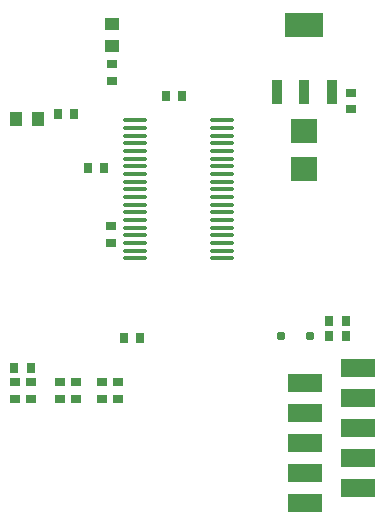
<source format=gtp>
%FSAX24Y24*%
%MOIN*%
G70*
G01*
G75*
G04 Layer_Color=8421504*
%ADD10O,0.0787X0.0157*%
%ADD11R,0.0354X0.0276*%
G04:AMPARAMS|DCode=12|XSize=23.6mil|YSize=27.6mil|CornerRadius=3mil|HoleSize=0mil|Usage=FLASHONLY|Rotation=0.000|XOffset=0mil|YOffset=0mil|HoleType=Round|Shape=RoundedRectangle|*
%AMROUNDEDRECTD12*
21,1,0.0236,0.0217,0,0,0.0*
21,1,0.0177,0.0276,0,0,0.0*
1,1,0.0059,0.0089,-0.0108*
1,1,0.0059,-0.0089,-0.0108*
1,1,0.0059,-0.0089,0.0108*
1,1,0.0059,0.0089,0.0108*
%
%ADD12ROUNDEDRECTD12*%
%ADD13R,0.0276X0.0354*%
%ADD14R,0.0866X0.0787*%
%ADD15R,0.0512X0.0433*%
%ADD16R,0.0433X0.0512*%
%ADD17R,0.1181X0.0591*%
%ADD18R,0.0354X0.0827*%
%ADD19R,0.1260X0.0827*%
%ADD20C,0.0600*%
%ADD21C,0.0100*%
%ADD22C,0.0150*%
%ADD23R,0.0591X0.0591*%
%ADD24C,0.0591*%
%ADD25O,0.0787X0.2559*%
G04:AMPARAMS|DCode=26|XSize=157.5mil|YSize=118.1mil|CornerRadius=29.5mil|HoleSize=0mil|Usage=FLASHONLY|Rotation=0.000|XOffset=0mil|YOffset=0mil|HoleType=Round|Shape=RoundedRectangle|*
%AMROUNDEDRECTD26*
21,1,0.1575,0.0591,0,0,0.0*
21,1,0.0984,0.1181,0,0,0.0*
1,1,0.0591,0.0492,-0.0295*
1,1,0.0591,-0.0492,-0.0295*
1,1,0.0591,-0.0492,0.0295*
1,1,0.0591,0.0492,0.0295*
%
%ADD26ROUNDEDRECTD26*%
%ADD27O,0.0787X0.1969*%
%ADD28O,0.2126X0.0984*%
G04:AMPARAMS|DCode=29|XSize=236.2mil|YSize=98.4mil|CornerRadius=24.6mil|HoleSize=0mil|Usage=FLASHONLY|Rotation=0.000|XOffset=0mil|YOffset=0mil|HoleType=Round|Shape=RoundedRectangle|*
%AMROUNDEDRECTD29*
21,1,0.2362,0.0492,0,0,0.0*
21,1,0.1870,0.0984,0,0,0.0*
1,1,0.0492,0.0935,-0.0246*
1,1,0.0492,-0.0935,-0.0246*
1,1,0.0492,-0.0935,0.0246*
1,1,0.0492,0.0935,0.0246*
%
%ADD29ROUNDEDRECTD29*%
G04:AMPARAMS|DCode=30|XSize=82.7mil|YSize=82.7mil|CornerRadius=0mil|HoleSize=0mil|Usage=FLASHONLY|Rotation=270.000|XOffset=0mil|YOffset=0mil|HoleType=Round|Shape=Octagon|*
%AMOCTAGOND30*
4,1,8,-0.0207,-0.0413,0.0207,-0.0413,0.0413,-0.0207,0.0413,0.0207,0.0207,0.0413,-0.0207,0.0413,-0.0413,0.0207,-0.0413,-0.0207,-0.0207,-0.0413,0.0*
%
%ADD30OCTAGOND30*%

G04:AMPARAMS|DCode=31|XSize=82.7mil|YSize=82.7mil|CornerRadius=0mil|HoleSize=0mil|Usage=FLASHONLY|Rotation=180.000|XOffset=0mil|YOffset=0mil|HoleType=Round|Shape=Octagon|*
%AMOCTAGOND31*
4,1,8,-0.0413,0.0207,-0.0413,-0.0207,-0.0207,-0.0413,0.0207,-0.0413,0.0413,-0.0207,0.0413,0.0207,0.0207,0.0413,-0.0207,0.0413,-0.0413,0.0207,0.0*
%
%ADD31OCTAGOND31*%

%ADD32C,0.0709*%
%ADD33C,0.0600*%
%ADD34C,0.2500*%
%ADD35C,0.0700*%
%ADD36R,0.0700X0.0700*%
%ADD37R,0.0591X0.0591*%
%ADD38C,0.0500*%
%ADD39C,0.0400*%
%ADD40O,0.1083X0.0276*%
G04:AMPARAMS|DCode=41|XSize=50mil|YSize=100mil|CornerRadius=6.3mil|HoleSize=0mil|Usage=FLASHONLY|Rotation=180.000|XOffset=0mil|YOffset=0mil|HoleType=Round|Shape=RoundedRectangle|*
%AMROUNDEDRECTD41*
21,1,0.0500,0.0875,0,0,180.0*
21,1,0.0375,0.1000,0,0,180.0*
1,1,0.0125,-0.0188,0.0438*
1,1,0.0125,0.0188,0.0438*
1,1,0.0125,0.0188,-0.0438*
1,1,0.0125,-0.0188,-0.0438*
%
%ADD41ROUNDEDRECTD41*%
%ADD42C,0.0300*%
%ADD43C,0.0098*%
%ADD44C,0.0236*%
%ADD45C,0.0050*%
%ADD46C,0.0079*%
%ADD47C,0.0080*%
%ADD48C,0.0060*%
%ADD49C,0.0120*%
%ADD50R,0.1043X0.0482*%
%ADD51R,0.0580X0.2000*%
%ADD52R,0.0680X0.2100*%
%ADD53R,0.0900X0.0250*%
%ADD54R,0.1000X0.0996*%
D10*
X004493Y013853D02*
D03*
Y013597D02*
D03*
Y013341D02*
D03*
Y013085D02*
D03*
Y012830D02*
D03*
Y012574D02*
D03*
Y012318D02*
D03*
Y012062D02*
D03*
Y011806D02*
D03*
Y011550D02*
D03*
Y011294D02*
D03*
Y011038D02*
D03*
Y010782D02*
D03*
Y010526D02*
D03*
Y010270D02*
D03*
Y010015D02*
D03*
Y009759D02*
D03*
Y009503D02*
D03*
Y009247D02*
D03*
X007407Y013853D02*
D03*
Y013597D02*
D03*
Y013341D02*
D03*
Y013085D02*
D03*
Y012830D02*
D03*
Y012574D02*
D03*
Y012318D02*
D03*
Y012062D02*
D03*
Y011806D02*
D03*
Y011550D02*
D03*
Y011294D02*
D03*
Y011038D02*
D03*
Y010782D02*
D03*
Y010526D02*
D03*
Y010270D02*
D03*
Y010015D02*
D03*
Y009759D02*
D03*
Y009503D02*
D03*
Y009247D02*
D03*
D11*
X011697Y014777D02*
D03*
Y014226D02*
D03*
X003703Y010324D02*
D03*
Y009773D02*
D03*
X003953Y005124D02*
D03*
Y004573D02*
D03*
X001053Y005124D02*
D03*
Y004573D02*
D03*
X002553Y005124D02*
D03*
Y004573D02*
D03*
X003747Y015176D02*
D03*
Y015727D02*
D03*
X003403Y005124D02*
D03*
Y004573D02*
D03*
X000503Y005124D02*
D03*
Y004573D02*
D03*
X002003Y005124D02*
D03*
Y004573D02*
D03*
D12*
X010342Y006650D02*
D03*
X009358D02*
D03*
D13*
X005526Y014653D02*
D03*
X006077D02*
D03*
X011524Y007147D02*
D03*
X010973D02*
D03*
X001024Y005597D02*
D03*
X000473D02*
D03*
X002926Y012253D02*
D03*
X003477D02*
D03*
X002474Y014047D02*
D03*
X001923D02*
D03*
X011524Y006647D02*
D03*
X010973D02*
D03*
X004126Y006603D02*
D03*
X004677D02*
D03*
D14*
X010150Y012220D02*
D03*
Y013480D02*
D03*
D15*
X003750Y017074D02*
D03*
Y016326D02*
D03*
D16*
X000526Y013900D02*
D03*
X001274D02*
D03*
D17*
X010164Y001106D02*
D03*
X011936Y001606D02*
D03*
X010164Y002106D02*
D03*
X011936Y002606D02*
D03*
X010164Y003106D02*
D03*
X011936Y003594D02*
D03*
X010164Y004106D02*
D03*
X011936Y004594D02*
D03*
X010164Y005094D02*
D03*
X011936Y005594D02*
D03*
D18*
X009244Y014778D02*
D03*
X010150D02*
D03*
X011056D02*
D03*
D19*
X010150Y017022D02*
D03*
M02*

</source>
